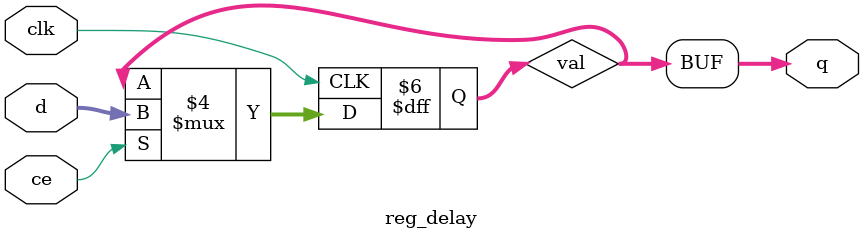
<source format=v>
`timescale 1ns / 1ps


module reg_delay#(
    parameter N=9
    )(
    input clk,
    input ce,
    input [N-1:0]d,
    output [N-1:0]q
    );
    reg [N-1:0]val=0;
    always @(posedge clk)
    begin
    if(ce) val<=d;
    else val<=val;
    end
    assign q=val;

endmodule

</source>
